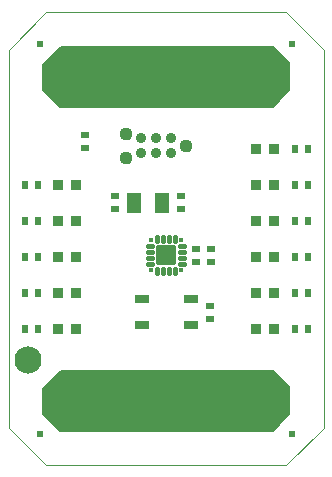
<source format=gts>
G75*
%MOIN*%
%OFA0B0*%
%FSLAX25Y25*%
%IPPOS*%
%LPD*%
%AMOC8*
5,1,8,0,0,1.08239X$1,22.5*
%
%ADD10C,0.00400*%
%ADD11C,0.00500*%
%ADD12R,0.02762X0.02369*%
%ADD13R,0.04534X0.02959*%
%ADD14R,0.03550X0.03550*%
%ADD15R,0.04731X0.07093*%
%ADD16C,0.02369*%
%ADD17C,0.01340*%
%ADD18R,0.01739X0.01739*%
%ADD19C,0.01502*%
%ADD20R,0.02369X0.02762*%
%ADD21C,0.03500*%
%ADD22C,0.00000*%
%ADD23C,0.04300*%
%ADD24C,0.09061*%
D10*
X0013750Y0001250D02*
X0001250Y0013750D01*
X0001250Y0139750D01*
X0013750Y0152250D01*
X0093750Y0152250D01*
X0106250Y0139750D01*
X0106250Y0013750D01*
X0093750Y0001250D01*
X0013750Y0001250D01*
D11*
X0018250Y0012750D02*
X0012750Y0018250D01*
X0012750Y0026750D01*
X0018750Y0032750D01*
X0089250Y0032750D01*
X0094750Y0027250D01*
X0094750Y0018250D01*
X0089250Y0012750D01*
X0018250Y0012750D01*
X0017786Y0013214D02*
X0089714Y0013214D01*
X0090213Y0013713D02*
X0017287Y0013713D01*
X0016789Y0014211D02*
X0090711Y0014211D01*
X0091210Y0014710D02*
X0016290Y0014710D01*
X0015792Y0015208D02*
X0091708Y0015208D01*
X0092207Y0015707D02*
X0015293Y0015707D01*
X0014795Y0016205D02*
X0092705Y0016205D01*
X0093204Y0016704D02*
X0014296Y0016704D01*
X0013798Y0017202D02*
X0093702Y0017202D01*
X0094201Y0017701D02*
X0013299Y0017701D01*
X0012801Y0018199D02*
X0094699Y0018199D01*
X0094750Y0018698D02*
X0012750Y0018698D01*
X0012750Y0019196D02*
X0094750Y0019196D01*
X0094750Y0019695D02*
X0012750Y0019695D01*
X0012750Y0020193D02*
X0094750Y0020193D01*
X0094750Y0020692D02*
X0012750Y0020692D01*
X0012750Y0021190D02*
X0094750Y0021190D01*
X0094750Y0021689D02*
X0012750Y0021689D01*
X0012750Y0022187D02*
X0094750Y0022187D01*
X0094750Y0022686D02*
X0012750Y0022686D01*
X0012750Y0023184D02*
X0094750Y0023184D01*
X0094750Y0023683D02*
X0012750Y0023683D01*
X0012750Y0024182D02*
X0094750Y0024182D01*
X0094750Y0024680D02*
X0012750Y0024680D01*
X0012750Y0025179D02*
X0094750Y0025179D01*
X0094750Y0025677D02*
X0012750Y0025677D01*
X0012750Y0026176D02*
X0094750Y0026176D01*
X0094750Y0026674D02*
X0012750Y0026674D01*
X0013173Y0027173D02*
X0094750Y0027173D01*
X0094329Y0027671D02*
X0013671Y0027671D01*
X0014170Y0028170D02*
X0093830Y0028170D01*
X0093332Y0028668D02*
X0014668Y0028668D01*
X0015167Y0029167D02*
X0092833Y0029167D01*
X0092335Y0029665D02*
X0015665Y0029665D01*
X0016164Y0030164D02*
X0091836Y0030164D01*
X0091338Y0030662D02*
X0016662Y0030662D01*
X0017161Y0031161D02*
X0090839Y0031161D01*
X0090341Y0031659D02*
X0017659Y0031659D01*
X0018158Y0032158D02*
X0089842Y0032158D01*
X0089344Y0032656D02*
X0018656Y0032656D01*
X0018250Y0120750D02*
X0012750Y0126250D01*
X0012750Y0134750D01*
X0018750Y0140750D01*
X0089250Y0140750D01*
X0094750Y0135250D01*
X0094750Y0126250D01*
X0089250Y0120750D01*
X0018250Y0120750D01*
X0018107Y0120893D02*
X0089393Y0120893D01*
X0089891Y0121391D02*
X0017609Y0121391D01*
X0017110Y0121890D02*
X0090390Y0121890D01*
X0090888Y0122388D02*
X0016612Y0122388D01*
X0016113Y0122887D02*
X0091387Y0122887D01*
X0091885Y0123385D02*
X0015615Y0123385D01*
X0015116Y0123884D02*
X0092384Y0123884D01*
X0092882Y0124382D02*
X0014618Y0124382D01*
X0014119Y0124881D02*
X0093381Y0124881D01*
X0093879Y0125379D02*
X0013621Y0125379D01*
X0013122Y0125878D02*
X0094378Y0125878D01*
X0094750Y0126376D02*
X0012750Y0126376D01*
X0012750Y0126875D02*
X0094750Y0126875D01*
X0094750Y0127373D02*
X0012750Y0127373D01*
X0012750Y0127872D02*
X0094750Y0127872D01*
X0094750Y0128370D02*
X0012750Y0128370D01*
X0012750Y0128869D02*
X0094750Y0128869D01*
X0094750Y0129367D02*
X0012750Y0129367D01*
X0012750Y0129866D02*
X0094750Y0129866D01*
X0094750Y0130364D02*
X0012750Y0130364D01*
X0012750Y0130863D02*
X0094750Y0130863D01*
X0094750Y0131361D02*
X0012750Y0131361D01*
X0012750Y0131860D02*
X0094750Y0131860D01*
X0094750Y0132358D02*
X0012750Y0132358D01*
X0012750Y0132857D02*
X0094750Y0132857D01*
X0094750Y0133355D02*
X0012750Y0133355D01*
X0012750Y0133854D02*
X0094750Y0133854D01*
X0094750Y0134353D02*
X0012750Y0134353D01*
X0012851Y0134851D02*
X0094750Y0134851D01*
X0094650Y0135350D02*
X0013350Y0135350D01*
X0013848Y0135848D02*
X0094152Y0135848D01*
X0093653Y0136347D02*
X0014347Y0136347D01*
X0014845Y0136845D02*
X0093155Y0136845D01*
X0092656Y0137344D02*
X0015344Y0137344D01*
X0015842Y0137842D02*
X0092158Y0137842D01*
X0091659Y0138341D02*
X0016341Y0138341D01*
X0016839Y0138839D02*
X0091161Y0138839D01*
X0090662Y0139338D02*
X0017338Y0139338D01*
X0017836Y0139836D02*
X0090164Y0139836D01*
X0089665Y0140335D02*
X0018335Y0140335D01*
D12*
X0026750Y0111415D03*
X0026750Y0107085D03*
X0036750Y0090915D03*
X0036750Y0086585D03*
X0058750Y0086585D03*
X0058750Y0090915D03*
X0063750Y0073415D03*
X0063750Y0069085D03*
X0068750Y0069085D03*
X0068750Y0073415D03*
X0068250Y0054415D03*
X0068250Y0050085D03*
D13*
X0061919Y0048018D03*
X0061919Y0056482D03*
X0045581Y0056482D03*
X0045581Y0048018D03*
D14*
X0023703Y0046750D03*
X0017797Y0046750D03*
X0017797Y0058750D03*
X0023703Y0058750D03*
X0023703Y0070750D03*
X0017797Y0070750D03*
X0017797Y0082750D03*
X0023703Y0082750D03*
X0023703Y0094750D03*
X0017797Y0094750D03*
X0083797Y0094750D03*
X0089703Y0094750D03*
X0089703Y0082750D03*
X0083797Y0082750D03*
X0083797Y0070750D03*
X0089703Y0070750D03*
X0089703Y0058750D03*
X0083797Y0058750D03*
X0083797Y0046750D03*
X0089703Y0046750D03*
X0089703Y0106750D03*
X0083797Y0106750D03*
D15*
X0052474Y0088750D03*
X0043026Y0088750D03*
D16*
X0011750Y0141750D03*
X0095750Y0141750D03*
X0095750Y0011750D03*
X0011750Y0011750D03*
D17*
X0051071Y0073929D02*
X0056429Y0073929D01*
X0056429Y0068571D01*
X0051071Y0068571D01*
X0051071Y0073929D01*
X0051071Y0069910D02*
X0056429Y0069910D01*
X0056429Y0071249D02*
X0051071Y0071249D01*
X0051071Y0072588D02*
X0056429Y0072588D01*
X0056429Y0073927D02*
X0051071Y0073927D01*
D18*
X0048770Y0076230D03*
X0048770Y0066270D03*
X0058730Y0066270D03*
X0058730Y0076230D03*
D19*
X0058435Y0074203D02*
X0059735Y0074203D01*
X0059735Y0072234D02*
X0058435Y0072234D01*
X0058435Y0070266D02*
X0059735Y0070266D01*
X0059735Y0068297D02*
X0058435Y0068297D01*
X0056703Y0066565D02*
X0056703Y0065265D01*
X0054734Y0065265D02*
X0054734Y0066565D01*
X0052766Y0066565D02*
X0052766Y0065265D01*
X0050797Y0065265D02*
X0050797Y0066565D01*
X0049065Y0068297D02*
X0047765Y0068297D01*
X0047765Y0070266D02*
X0049065Y0070266D01*
X0049065Y0072234D02*
X0047765Y0072234D01*
X0047765Y0074203D02*
X0049065Y0074203D01*
X0050797Y0075935D02*
X0050797Y0077235D01*
X0052766Y0077235D02*
X0052766Y0075935D01*
X0054734Y0075935D02*
X0054734Y0077235D01*
X0056703Y0077235D02*
X0056703Y0075935D01*
D20*
X0096585Y0070750D03*
X0100915Y0070750D03*
X0100915Y0082750D03*
X0096585Y0082750D03*
X0096585Y0094750D03*
X0100915Y0094750D03*
X0100915Y0106750D03*
X0096585Y0106750D03*
X0096585Y0058750D03*
X0100915Y0058750D03*
X0100915Y0046750D03*
X0096585Y0046750D03*
X0010915Y0046750D03*
X0006585Y0046750D03*
X0006585Y0058750D03*
X0010915Y0058750D03*
X0010915Y0070750D03*
X0006585Y0070750D03*
X0006585Y0082750D03*
X0010915Y0082750D03*
X0010915Y0094750D03*
X0006585Y0094750D03*
D21*
X0045250Y0105250D03*
X0045250Y0110250D03*
X0050250Y0110250D03*
X0050250Y0105250D03*
X0055250Y0105250D03*
X0055250Y0110250D03*
D22*
X0058300Y0107750D02*
X0058302Y0107838D01*
X0058308Y0107926D01*
X0058318Y0108014D01*
X0058332Y0108101D01*
X0058350Y0108187D01*
X0058371Y0108272D01*
X0058397Y0108357D01*
X0058426Y0108440D01*
X0058459Y0108522D01*
X0058496Y0108602D01*
X0058536Y0108680D01*
X0058580Y0108757D01*
X0058627Y0108831D01*
X0058678Y0108903D01*
X0058731Y0108973D01*
X0058788Y0109041D01*
X0058848Y0109105D01*
X0058911Y0109167D01*
X0058976Y0109226D01*
X0059044Y0109282D01*
X0059115Y0109335D01*
X0059187Y0109385D01*
X0059262Y0109431D01*
X0059339Y0109474D01*
X0059418Y0109514D01*
X0059499Y0109549D01*
X0059581Y0109582D01*
X0059664Y0109610D01*
X0059749Y0109635D01*
X0059835Y0109655D01*
X0059921Y0109672D01*
X0060008Y0109685D01*
X0060096Y0109694D01*
X0060184Y0109699D01*
X0060272Y0109700D01*
X0060360Y0109697D01*
X0060448Y0109690D01*
X0060535Y0109679D01*
X0060622Y0109664D01*
X0060708Y0109645D01*
X0060794Y0109623D01*
X0060878Y0109596D01*
X0060960Y0109566D01*
X0061042Y0109532D01*
X0061122Y0109494D01*
X0061199Y0109453D01*
X0061275Y0109409D01*
X0061349Y0109361D01*
X0061421Y0109309D01*
X0061490Y0109255D01*
X0061557Y0109197D01*
X0061621Y0109137D01*
X0061682Y0109073D01*
X0061741Y0109007D01*
X0061796Y0108939D01*
X0061848Y0108867D01*
X0061897Y0108794D01*
X0061942Y0108719D01*
X0061984Y0108641D01*
X0062023Y0108562D01*
X0062058Y0108481D01*
X0062089Y0108398D01*
X0062116Y0108315D01*
X0062140Y0108230D01*
X0062160Y0108144D01*
X0062176Y0108057D01*
X0062188Y0107970D01*
X0062196Y0107882D01*
X0062200Y0107794D01*
X0062200Y0107706D01*
X0062196Y0107618D01*
X0062188Y0107530D01*
X0062176Y0107443D01*
X0062160Y0107356D01*
X0062140Y0107270D01*
X0062116Y0107185D01*
X0062089Y0107102D01*
X0062058Y0107019D01*
X0062023Y0106938D01*
X0061984Y0106859D01*
X0061942Y0106781D01*
X0061897Y0106706D01*
X0061848Y0106633D01*
X0061796Y0106561D01*
X0061741Y0106493D01*
X0061682Y0106427D01*
X0061621Y0106363D01*
X0061557Y0106303D01*
X0061490Y0106245D01*
X0061421Y0106191D01*
X0061349Y0106139D01*
X0061275Y0106091D01*
X0061199Y0106047D01*
X0061122Y0106006D01*
X0061042Y0105968D01*
X0060960Y0105934D01*
X0060878Y0105904D01*
X0060794Y0105877D01*
X0060708Y0105855D01*
X0060622Y0105836D01*
X0060535Y0105821D01*
X0060448Y0105810D01*
X0060360Y0105803D01*
X0060272Y0105800D01*
X0060184Y0105801D01*
X0060096Y0105806D01*
X0060008Y0105815D01*
X0059921Y0105828D01*
X0059835Y0105845D01*
X0059749Y0105865D01*
X0059664Y0105890D01*
X0059581Y0105918D01*
X0059499Y0105951D01*
X0059418Y0105986D01*
X0059339Y0106026D01*
X0059262Y0106069D01*
X0059187Y0106115D01*
X0059115Y0106165D01*
X0059044Y0106218D01*
X0058976Y0106274D01*
X0058911Y0106333D01*
X0058848Y0106395D01*
X0058788Y0106459D01*
X0058731Y0106527D01*
X0058678Y0106597D01*
X0058627Y0106669D01*
X0058580Y0106743D01*
X0058536Y0106820D01*
X0058496Y0106898D01*
X0058459Y0106978D01*
X0058426Y0107060D01*
X0058397Y0107143D01*
X0058371Y0107228D01*
X0058350Y0107313D01*
X0058332Y0107399D01*
X0058318Y0107486D01*
X0058308Y0107574D01*
X0058302Y0107662D01*
X0058300Y0107750D01*
X0038300Y0103750D02*
X0038302Y0103838D01*
X0038308Y0103926D01*
X0038318Y0104014D01*
X0038332Y0104101D01*
X0038350Y0104187D01*
X0038371Y0104272D01*
X0038397Y0104357D01*
X0038426Y0104440D01*
X0038459Y0104522D01*
X0038496Y0104602D01*
X0038536Y0104680D01*
X0038580Y0104757D01*
X0038627Y0104831D01*
X0038678Y0104903D01*
X0038731Y0104973D01*
X0038788Y0105041D01*
X0038848Y0105105D01*
X0038911Y0105167D01*
X0038976Y0105226D01*
X0039044Y0105282D01*
X0039115Y0105335D01*
X0039187Y0105385D01*
X0039262Y0105431D01*
X0039339Y0105474D01*
X0039418Y0105514D01*
X0039499Y0105549D01*
X0039581Y0105582D01*
X0039664Y0105610D01*
X0039749Y0105635D01*
X0039835Y0105655D01*
X0039921Y0105672D01*
X0040008Y0105685D01*
X0040096Y0105694D01*
X0040184Y0105699D01*
X0040272Y0105700D01*
X0040360Y0105697D01*
X0040448Y0105690D01*
X0040535Y0105679D01*
X0040622Y0105664D01*
X0040708Y0105645D01*
X0040794Y0105623D01*
X0040878Y0105596D01*
X0040960Y0105566D01*
X0041042Y0105532D01*
X0041122Y0105494D01*
X0041199Y0105453D01*
X0041275Y0105409D01*
X0041349Y0105361D01*
X0041421Y0105309D01*
X0041490Y0105255D01*
X0041557Y0105197D01*
X0041621Y0105137D01*
X0041682Y0105073D01*
X0041741Y0105007D01*
X0041796Y0104939D01*
X0041848Y0104867D01*
X0041897Y0104794D01*
X0041942Y0104719D01*
X0041984Y0104641D01*
X0042023Y0104562D01*
X0042058Y0104481D01*
X0042089Y0104398D01*
X0042116Y0104315D01*
X0042140Y0104230D01*
X0042160Y0104144D01*
X0042176Y0104057D01*
X0042188Y0103970D01*
X0042196Y0103882D01*
X0042200Y0103794D01*
X0042200Y0103706D01*
X0042196Y0103618D01*
X0042188Y0103530D01*
X0042176Y0103443D01*
X0042160Y0103356D01*
X0042140Y0103270D01*
X0042116Y0103185D01*
X0042089Y0103102D01*
X0042058Y0103019D01*
X0042023Y0102938D01*
X0041984Y0102859D01*
X0041942Y0102781D01*
X0041897Y0102706D01*
X0041848Y0102633D01*
X0041796Y0102561D01*
X0041741Y0102493D01*
X0041682Y0102427D01*
X0041621Y0102363D01*
X0041557Y0102303D01*
X0041490Y0102245D01*
X0041421Y0102191D01*
X0041349Y0102139D01*
X0041275Y0102091D01*
X0041199Y0102047D01*
X0041122Y0102006D01*
X0041042Y0101968D01*
X0040960Y0101934D01*
X0040878Y0101904D01*
X0040794Y0101877D01*
X0040708Y0101855D01*
X0040622Y0101836D01*
X0040535Y0101821D01*
X0040448Y0101810D01*
X0040360Y0101803D01*
X0040272Y0101800D01*
X0040184Y0101801D01*
X0040096Y0101806D01*
X0040008Y0101815D01*
X0039921Y0101828D01*
X0039835Y0101845D01*
X0039749Y0101865D01*
X0039664Y0101890D01*
X0039581Y0101918D01*
X0039499Y0101951D01*
X0039418Y0101986D01*
X0039339Y0102026D01*
X0039262Y0102069D01*
X0039187Y0102115D01*
X0039115Y0102165D01*
X0039044Y0102218D01*
X0038976Y0102274D01*
X0038911Y0102333D01*
X0038848Y0102395D01*
X0038788Y0102459D01*
X0038731Y0102527D01*
X0038678Y0102597D01*
X0038627Y0102669D01*
X0038580Y0102743D01*
X0038536Y0102820D01*
X0038496Y0102898D01*
X0038459Y0102978D01*
X0038426Y0103060D01*
X0038397Y0103143D01*
X0038371Y0103228D01*
X0038350Y0103313D01*
X0038332Y0103399D01*
X0038318Y0103486D01*
X0038308Y0103574D01*
X0038302Y0103662D01*
X0038300Y0103750D01*
X0038300Y0111750D02*
X0038302Y0111838D01*
X0038308Y0111926D01*
X0038318Y0112014D01*
X0038332Y0112101D01*
X0038350Y0112187D01*
X0038371Y0112272D01*
X0038397Y0112357D01*
X0038426Y0112440D01*
X0038459Y0112522D01*
X0038496Y0112602D01*
X0038536Y0112680D01*
X0038580Y0112757D01*
X0038627Y0112831D01*
X0038678Y0112903D01*
X0038731Y0112973D01*
X0038788Y0113041D01*
X0038848Y0113105D01*
X0038911Y0113167D01*
X0038976Y0113226D01*
X0039044Y0113282D01*
X0039115Y0113335D01*
X0039187Y0113385D01*
X0039262Y0113431D01*
X0039339Y0113474D01*
X0039418Y0113514D01*
X0039499Y0113549D01*
X0039581Y0113582D01*
X0039664Y0113610D01*
X0039749Y0113635D01*
X0039835Y0113655D01*
X0039921Y0113672D01*
X0040008Y0113685D01*
X0040096Y0113694D01*
X0040184Y0113699D01*
X0040272Y0113700D01*
X0040360Y0113697D01*
X0040448Y0113690D01*
X0040535Y0113679D01*
X0040622Y0113664D01*
X0040708Y0113645D01*
X0040794Y0113623D01*
X0040878Y0113596D01*
X0040960Y0113566D01*
X0041042Y0113532D01*
X0041122Y0113494D01*
X0041199Y0113453D01*
X0041275Y0113409D01*
X0041349Y0113361D01*
X0041421Y0113309D01*
X0041490Y0113255D01*
X0041557Y0113197D01*
X0041621Y0113137D01*
X0041682Y0113073D01*
X0041741Y0113007D01*
X0041796Y0112939D01*
X0041848Y0112867D01*
X0041897Y0112794D01*
X0041942Y0112719D01*
X0041984Y0112641D01*
X0042023Y0112562D01*
X0042058Y0112481D01*
X0042089Y0112398D01*
X0042116Y0112315D01*
X0042140Y0112230D01*
X0042160Y0112144D01*
X0042176Y0112057D01*
X0042188Y0111970D01*
X0042196Y0111882D01*
X0042200Y0111794D01*
X0042200Y0111706D01*
X0042196Y0111618D01*
X0042188Y0111530D01*
X0042176Y0111443D01*
X0042160Y0111356D01*
X0042140Y0111270D01*
X0042116Y0111185D01*
X0042089Y0111102D01*
X0042058Y0111019D01*
X0042023Y0110938D01*
X0041984Y0110859D01*
X0041942Y0110781D01*
X0041897Y0110706D01*
X0041848Y0110633D01*
X0041796Y0110561D01*
X0041741Y0110493D01*
X0041682Y0110427D01*
X0041621Y0110363D01*
X0041557Y0110303D01*
X0041490Y0110245D01*
X0041421Y0110191D01*
X0041349Y0110139D01*
X0041275Y0110091D01*
X0041199Y0110047D01*
X0041122Y0110006D01*
X0041042Y0109968D01*
X0040960Y0109934D01*
X0040878Y0109904D01*
X0040794Y0109877D01*
X0040708Y0109855D01*
X0040622Y0109836D01*
X0040535Y0109821D01*
X0040448Y0109810D01*
X0040360Y0109803D01*
X0040272Y0109800D01*
X0040184Y0109801D01*
X0040096Y0109806D01*
X0040008Y0109815D01*
X0039921Y0109828D01*
X0039835Y0109845D01*
X0039749Y0109865D01*
X0039664Y0109890D01*
X0039581Y0109918D01*
X0039499Y0109951D01*
X0039418Y0109986D01*
X0039339Y0110026D01*
X0039262Y0110069D01*
X0039187Y0110115D01*
X0039115Y0110165D01*
X0039044Y0110218D01*
X0038976Y0110274D01*
X0038911Y0110333D01*
X0038848Y0110395D01*
X0038788Y0110459D01*
X0038731Y0110527D01*
X0038678Y0110597D01*
X0038627Y0110669D01*
X0038580Y0110743D01*
X0038536Y0110820D01*
X0038496Y0110898D01*
X0038459Y0110978D01*
X0038426Y0111060D01*
X0038397Y0111143D01*
X0038371Y0111228D01*
X0038350Y0111313D01*
X0038332Y0111399D01*
X0038318Y0111486D01*
X0038308Y0111574D01*
X0038302Y0111662D01*
X0038300Y0111750D01*
D23*
X0040250Y0111750D03*
X0040250Y0103750D03*
X0060250Y0107750D03*
D24*
X0007750Y0036250D03*
M02*

</source>
